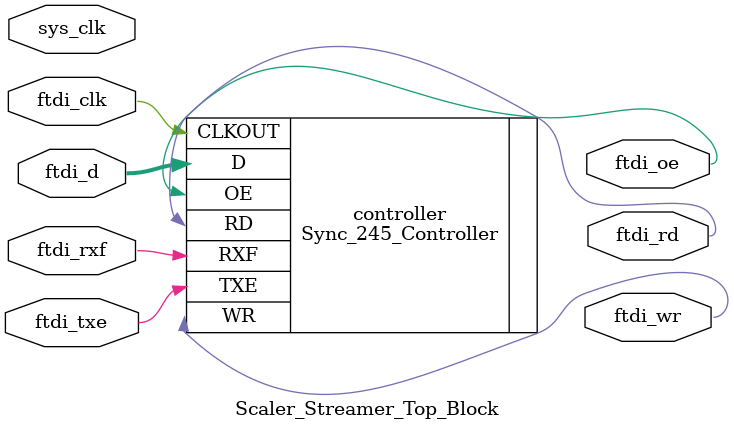
<source format=v>
`timescale 1ns / 1ps


module Scaler_Streamer_Top_Block(
    // FTDI Chip.
    inout wire[7:0] ftdi_d,
    input wire ftdi_rxf,
    input wire ftdi_txe,
    output wire ftdi_wr,
    output wire ftdi_rd,
    output wire ftdi_oe,
    input wire ftdi_clk,
    
    // Local system clocks
    input sys_clk
    );
    
    wire clk_36M;
    wire clk_100M;
    reg global_rst;
    
    clk_wiz_0 clkDiv(.clk_in1(sys_clk),
                     .clk_out1(clk_100M),
                     .clk_out2(clk_36M),
                     .reset(global_rst));
                     
    wire clk_from_data_to_controller;
    
    wire[7:0] dataBus;
    
    TempImgCreator imgStreamer(.CLK(clk_36M),
                               .CLKOUT(clk_from_data_to_controller),
                               .dataOut(dataBus),
                               .reset(global_rst));
                               
    Sync_245_Controller controller(.D(ftdi_d),
                                   .RXF(ftdi_rxf),
                                   .TXE(ftdi_txe),
                                   .WR(ftdi_wr),
                                   .RD(ftdi_rd),
                                   .OE(ftdi_oe),
                                   .CLKOUT(ftdi_clk));
endmodule

</source>
